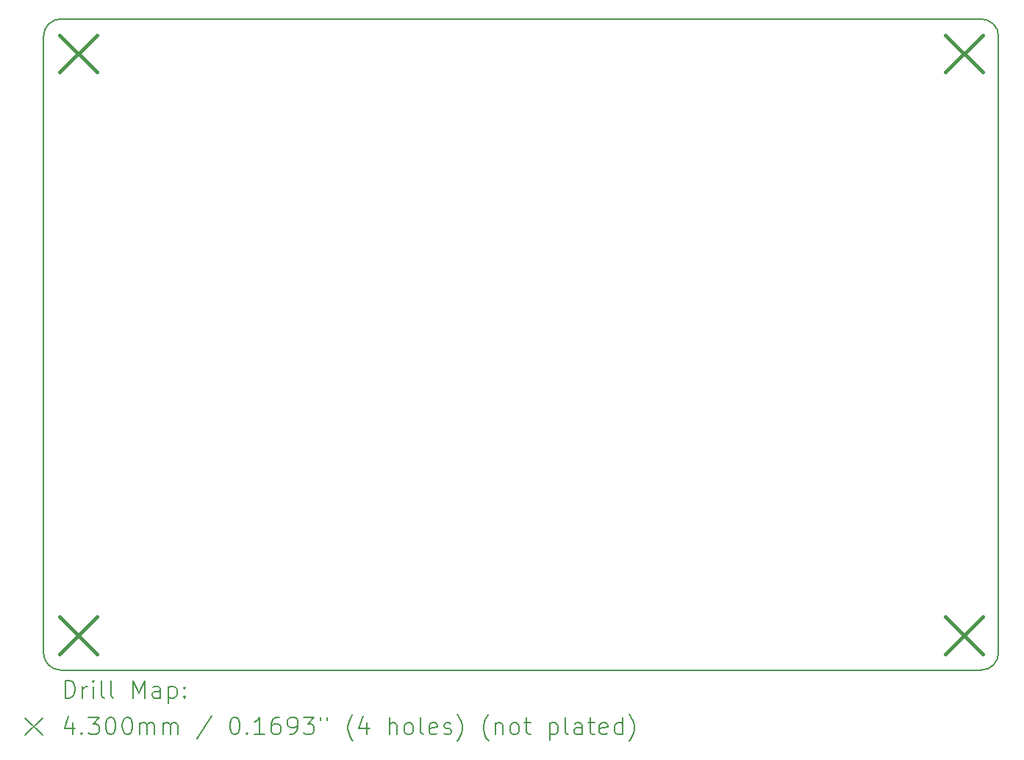
<source format=gbr>
%TF.GenerationSoftware,KiCad,Pcbnew,8.0.5+1*%
%TF.CreationDate,2024-10-17T10:57:35-04:00*%
%TF.ProjectId,mainBoard,6d61696e-426f-4617-9264-2e6b69636164,rev?*%
%TF.SameCoordinates,Original*%
%TF.FileFunction,Drillmap*%
%TF.FilePolarity,Positive*%
%FSLAX45Y45*%
G04 Gerber Fmt 4.5, Leading zero omitted, Abs format (unit mm)*
G04 Created by KiCad (PCBNEW 8.0.5+1) date 2024-10-17 10:57:35*
%MOMM*%
%LPD*%
G01*
G04 APERTURE LIST*
%ADD10C,0.200000*%
%ADD11C,0.430000*%
G04 APERTURE END LIST*
D10*
X12550000Y-2180000D02*
X12550000Y-9280000D01*
X1550000Y-2180000D02*
X1550000Y-9280000D01*
X1750000Y-9480000D02*
G75*
G02*
X1550000Y-9280000I0J200000D01*
G01*
X1750000Y-9480000D02*
X12350000Y-9480000D01*
X12550000Y-9280000D02*
G75*
G02*
X12350000Y-9480000I-200000J0D01*
G01*
X12350000Y-1980000D02*
G75*
G02*
X12550000Y-2180000I0J-200000D01*
G01*
X1750000Y-1980000D02*
X12350000Y-1980000D01*
X1550000Y-2180000D02*
G75*
G02*
X1750000Y-1980000I200000J0D01*
G01*
D11*
X1735000Y-2165000D02*
X2165000Y-2595000D01*
X2165000Y-2165000D02*
X1735000Y-2595000D01*
X1735000Y-8865000D02*
X2165000Y-9295000D01*
X2165000Y-8865000D02*
X1735000Y-9295000D01*
X11935000Y-2165000D02*
X12365000Y-2595000D01*
X12365000Y-2165000D02*
X11935000Y-2595000D01*
X11935000Y-8865000D02*
X12365000Y-9295000D01*
X12365000Y-8865000D02*
X11935000Y-9295000D01*
D10*
X1800777Y-9801484D02*
X1800777Y-9601484D01*
X1800777Y-9601484D02*
X1848396Y-9601484D01*
X1848396Y-9601484D02*
X1876967Y-9611008D01*
X1876967Y-9611008D02*
X1896015Y-9630055D01*
X1896015Y-9630055D02*
X1905539Y-9649103D01*
X1905539Y-9649103D02*
X1915062Y-9687198D01*
X1915062Y-9687198D02*
X1915062Y-9715770D01*
X1915062Y-9715770D02*
X1905539Y-9753865D01*
X1905539Y-9753865D02*
X1896015Y-9772912D01*
X1896015Y-9772912D02*
X1876967Y-9791960D01*
X1876967Y-9791960D02*
X1848396Y-9801484D01*
X1848396Y-9801484D02*
X1800777Y-9801484D01*
X2000777Y-9801484D02*
X2000777Y-9668151D01*
X2000777Y-9706246D02*
X2010301Y-9687198D01*
X2010301Y-9687198D02*
X2019824Y-9677674D01*
X2019824Y-9677674D02*
X2038872Y-9668151D01*
X2038872Y-9668151D02*
X2057920Y-9668151D01*
X2124586Y-9801484D02*
X2124586Y-9668151D01*
X2124586Y-9601484D02*
X2115063Y-9611008D01*
X2115063Y-9611008D02*
X2124586Y-9620532D01*
X2124586Y-9620532D02*
X2134110Y-9611008D01*
X2134110Y-9611008D02*
X2124586Y-9601484D01*
X2124586Y-9601484D02*
X2124586Y-9620532D01*
X2248396Y-9801484D02*
X2229348Y-9791960D01*
X2229348Y-9791960D02*
X2219824Y-9772912D01*
X2219824Y-9772912D02*
X2219824Y-9601484D01*
X2353158Y-9801484D02*
X2334110Y-9791960D01*
X2334110Y-9791960D02*
X2324586Y-9772912D01*
X2324586Y-9772912D02*
X2324586Y-9601484D01*
X2581729Y-9801484D02*
X2581729Y-9601484D01*
X2581729Y-9601484D02*
X2648396Y-9744341D01*
X2648396Y-9744341D02*
X2715063Y-9601484D01*
X2715063Y-9601484D02*
X2715063Y-9801484D01*
X2896015Y-9801484D02*
X2896015Y-9696722D01*
X2896015Y-9696722D02*
X2886491Y-9677674D01*
X2886491Y-9677674D02*
X2867443Y-9668151D01*
X2867443Y-9668151D02*
X2829348Y-9668151D01*
X2829348Y-9668151D02*
X2810301Y-9677674D01*
X2896015Y-9791960D02*
X2876967Y-9801484D01*
X2876967Y-9801484D02*
X2829348Y-9801484D01*
X2829348Y-9801484D02*
X2810301Y-9791960D01*
X2810301Y-9791960D02*
X2800777Y-9772912D01*
X2800777Y-9772912D02*
X2800777Y-9753865D01*
X2800777Y-9753865D02*
X2810301Y-9734817D01*
X2810301Y-9734817D02*
X2829348Y-9725293D01*
X2829348Y-9725293D02*
X2876967Y-9725293D01*
X2876967Y-9725293D02*
X2896015Y-9715770D01*
X2991253Y-9668151D02*
X2991253Y-9868151D01*
X2991253Y-9677674D02*
X3010301Y-9668151D01*
X3010301Y-9668151D02*
X3048396Y-9668151D01*
X3048396Y-9668151D02*
X3067443Y-9677674D01*
X3067443Y-9677674D02*
X3076967Y-9687198D01*
X3076967Y-9687198D02*
X3086491Y-9706246D01*
X3086491Y-9706246D02*
X3086491Y-9763389D01*
X3086491Y-9763389D02*
X3076967Y-9782436D01*
X3076967Y-9782436D02*
X3067443Y-9791960D01*
X3067443Y-9791960D02*
X3048396Y-9801484D01*
X3048396Y-9801484D02*
X3010301Y-9801484D01*
X3010301Y-9801484D02*
X2991253Y-9791960D01*
X3172205Y-9782436D02*
X3181729Y-9791960D01*
X3181729Y-9791960D02*
X3172205Y-9801484D01*
X3172205Y-9801484D02*
X3162682Y-9791960D01*
X3162682Y-9791960D02*
X3172205Y-9782436D01*
X3172205Y-9782436D02*
X3172205Y-9801484D01*
X3172205Y-9677674D02*
X3181729Y-9687198D01*
X3181729Y-9687198D02*
X3172205Y-9696722D01*
X3172205Y-9696722D02*
X3162682Y-9687198D01*
X3162682Y-9687198D02*
X3172205Y-9677674D01*
X3172205Y-9677674D02*
X3172205Y-9696722D01*
X1340000Y-10030000D02*
X1540000Y-10230000D01*
X1540000Y-10030000D02*
X1340000Y-10230000D01*
X1886491Y-10088151D02*
X1886491Y-10221484D01*
X1838872Y-10011960D02*
X1791253Y-10154817D01*
X1791253Y-10154817D02*
X1915062Y-10154817D01*
X1991253Y-10202436D02*
X2000777Y-10211960D01*
X2000777Y-10211960D02*
X1991253Y-10221484D01*
X1991253Y-10221484D02*
X1981729Y-10211960D01*
X1981729Y-10211960D02*
X1991253Y-10202436D01*
X1991253Y-10202436D02*
X1991253Y-10221484D01*
X2067443Y-10021484D02*
X2191253Y-10021484D01*
X2191253Y-10021484D02*
X2124586Y-10097674D01*
X2124586Y-10097674D02*
X2153158Y-10097674D01*
X2153158Y-10097674D02*
X2172205Y-10107198D01*
X2172205Y-10107198D02*
X2181729Y-10116722D01*
X2181729Y-10116722D02*
X2191253Y-10135770D01*
X2191253Y-10135770D02*
X2191253Y-10183389D01*
X2191253Y-10183389D02*
X2181729Y-10202436D01*
X2181729Y-10202436D02*
X2172205Y-10211960D01*
X2172205Y-10211960D02*
X2153158Y-10221484D01*
X2153158Y-10221484D02*
X2096015Y-10221484D01*
X2096015Y-10221484D02*
X2076967Y-10211960D01*
X2076967Y-10211960D02*
X2067443Y-10202436D01*
X2315063Y-10021484D02*
X2334110Y-10021484D01*
X2334110Y-10021484D02*
X2353158Y-10031008D01*
X2353158Y-10031008D02*
X2362682Y-10040532D01*
X2362682Y-10040532D02*
X2372205Y-10059579D01*
X2372205Y-10059579D02*
X2381729Y-10097674D01*
X2381729Y-10097674D02*
X2381729Y-10145293D01*
X2381729Y-10145293D02*
X2372205Y-10183389D01*
X2372205Y-10183389D02*
X2362682Y-10202436D01*
X2362682Y-10202436D02*
X2353158Y-10211960D01*
X2353158Y-10211960D02*
X2334110Y-10221484D01*
X2334110Y-10221484D02*
X2315063Y-10221484D01*
X2315063Y-10221484D02*
X2296015Y-10211960D01*
X2296015Y-10211960D02*
X2286491Y-10202436D01*
X2286491Y-10202436D02*
X2276967Y-10183389D01*
X2276967Y-10183389D02*
X2267444Y-10145293D01*
X2267444Y-10145293D02*
X2267444Y-10097674D01*
X2267444Y-10097674D02*
X2276967Y-10059579D01*
X2276967Y-10059579D02*
X2286491Y-10040532D01*
X2286491Y-10040532D02*
X2296015Y-10031008D01*
X2296015Y-10031008D02*
X2315063Y-10021484D01*
X2505539Y-10021484D02*
X2524586Y-10021484D01*
X2524586Y-10021484D02*
X2543634Y-10031008D01*
X2543634Y-10031008D02*
X2553158Y-10040532D01*
X2553158Y-10040532D02*
X2562682Y-10059579D01*
X2562682Y-10059579D02*
X2572205Y-10097674D01*
X2572205Y-10097674D02*
X2572205Y-10145293D01*
X2572205Y-10145293D02*
X2562682Y-10183389D01*
X2562682Y-10183389D02*
X2553158Y-10202436D01*
X2553158Y-10202436D02*
X2543634Y-10211960D01*
X2543634Y-10211960D02*
X2524586Y-10221484D01*
X2524586Y-10221484D02*
X2505539Y-10221484D01*
X2505539Y-10221484D02*
X2486491Y-10211960D01*
X2486491Y-10211960D02*
X2476967Y-10202436D01*
X2476967Y-10202436D02*
X2467444Y-10183389D01*
X2467444Y-10183389D02*
X2457920Y-10145293D01*
X2457920Y-10145293D02*
X2457920Y-10097674D01*
X2457920Y-10097674D02*
X2467444Y-10059579D01*
X2467444Y-10059579D02*
X2476967Y-10040532D01*
X2476967Y-10040532D02*
X2486491Y-10031008D01*
X2486491Y-10031008D02*
X2505539Y-10021484D01*
X2657920Y-10221484D02*
X2657920Y-10088151D01*
X2657920Y-10107198D02*
X2667444Y-10097674D01*
X2667444Y-10097674D02*
X2686491Y-10088151D01*
X2686491Y-10088151D02*
X2715063Y-10088151D01*
X2715063Y-10088151D02*
X2734110Y-10097674D01*
X2734110Y-10097674D02*
X2743634Y-10116722D01*
X2743634Y-10116722D02*
X2743634Y-10221484D01*
X2743634Y-10116722D02*
X2753158Y-10097674D01*
X2753158Y-10097674D02*
X2772205Y-10088151D01*
X2772205Y-10088151D02*
X2800777Y-10088151D01*
X2800777Y-10088151D02*
X2819824Y-10097674D01*
X2819824Y-10097674D02*
X2829348Y-10116722D01*
X2829348Y-10116722D02*
X2829348Y-10221484D01*
X2924586Y-10221484D02*
X2924586Y-10088151D01*
X2924586Y-10107198D02*
X2934110Y-10097674D01*
X2934110Y-10097674D02*
X2953158Y-10088151D01*
X2953158Y-10088151D02*
X2981729Y-10088151D01*
X2981729Y-10088151D02*
X3000777Y-10097674D01*
X3000777Y-10097674D02*
X3010301Y-10116722D01*
X3010301Y-10116722D02*
X3010301Y-10221484D01*
X3010301Y-10116722D02*
X3019824Y-10097674D01*
X3019824Y-10097674D02*
X3038872Y-10088151D01*
X3038872Y-10088151D02*
X3067443Y-10088151D01*
X3067443Y-10088151D02*
X3086491Y-10097674D01*
X3086491Y-10097674D02*
X3096015Y-10116722D01*
X3096015Y-10116722D02*
X3096015Y-10221484D01*
X3486491Y-10011960D02*
X3315063Y-10269103D01*
X3743634Y-10021484D02*
X3762682Y-10021484D01*
X3762682Y-10021484D02*
X3781729Y-10031008D01*
X3781729Y-10031008D02*
X3791253Y-10040532D01*
X3791253Y-10040532D02*
X3800777Y-10059579D01*
X3800777Y-10059579D02*
X3810301Y-10097674D01*
X3810301Y-10097674D02*
X3810301Y-10145293D01*
X3810301Y-10145293D02*
X3800777Y-10183389D01*
X3800777Y-10183389D02*
X3791253Y-10202436D01*
X3791253Y-10202436D02*
X3781729Y-10211960D01*
X3781729Y-10211960D02*
X3762682Y-10221484D01*
X3762682Y-10221484D02*
X3743634Y-10221484D01*
X3743634Y-10221484D02*
X3724586Y-10211960D01*
X3724586Y-10211960D02*
X3715063Y-10202436D01*
X3715063Y-10202436D02*
X3705539Y-10183389D01*
X3705539Y-10183389D02*
X3696015Y-10145293D01*
X3696015Y-10145293D02*
X3696015Y-10097674D01*
X3696015Y-10097674D02*
X3705539Y-10059579D01*
X3705539Y-10059579D02*
X3715063Y-10040532D01*
X3715063Y-10040532D02*
X3724586Y-10031008D01*
X3724586Y-10031008D02*
X3743634Y-10021484D01*
X3896015Y-10202436D02*
X3905539Y-10211960D01*
X3905539Y-10211960D02*
X3896015Y-10221484D01*
X3896015Y-10221484D02*
X3886491Y-10211960D01*
X3886491Y-10211960D02*
X3896015Y-10202436D01*
X3896015Y-10202436D02*
X3896015Y-10221484D01*
X4096015Y-10221484D02*
X3981729Y-10221484D01*
X4038872Y-10221484D02*
X4038872Y-10021484D01*
X4038872Y-10021484D02*
X4019825Y-10050055D01*
X4019825Y-10050055D02*
X4000777Y-10069103D01*
X4000777Y-10069103D02*
X3981729Y-10078627D01*
X4267444Y-10021484D02*
X4229348Y-10021484D01*
X4229348Y-10021484D02*
X4210301Y-10031008D01*
X4210301Y-10031008D02*
X4200777Y-10040532D01*
X4200777Y-10040532D02*
X4181729Y-10069103D01*
X4181729Y-10069103D02*
X4172206Y-10107198D01*
X4172206Y-10107198D02*
X4172206Y-10183389D01*
X4172206Y-10183389D02*
X4181729Y-10202436D01*
X4181729Y-10202436D02*
X4191253Y-10211960D01*
X4191253Y-10211960D02*
X4210301Y-10221484D01*
X4210301Y-10221484D02*
X4248396Y-10221484D01*
X4248396Y-10221484D02*
X4267444Y-10211960D01*
X4267444Y-10211960D02*
X4276968Y-10202436D01*
X4276968Y-10202436D02*
X4286491Y-10183389D01*
X4286491Y-10183389D02*
X4286491Y-10135770D01*
X4286491Y-10135770D02*
X4276968Y-10116722D01*
X4276968Y-10116722D02*
X4267444Y-10107198D01*
X4267444Y-10107198D02*
X4248396Y-10097674D01*
X4248396Y-10097674D02*
X4210301Y-10097674D01*
X4210301Y-10097674D02*
X4191253Y-10107198D01*
X4191253Y-10107198D02*
X4181729Y-10116722D01*
X4181729Y-10116722D02*
X4172206Y-10135770D01*
X4381729Y-10221484D02*
X4419825Y-10221484D01*
X4419825Y-10221484D02*
X4438872Y-10211960D01*
X4438872Y-10211960D02*
X4448396Y-10202436D01*
X4448396Y-10202436D02*
X4467444Y-10173865D01*
X4467444Y-10173865D02*
X4476968Y-10135770D01*
X4476968Y-10135770D02*
X4476968Y-10059579D01*
X4476968Y-10059579D02*
X4467444Y-10040532D01*
X4467444Y-10040532D02*
X4457920Y-10031008D01*
X4457920Y-10031008D02*
X4438872Y-10021484D01*
X4438872Y-10021484D02*
X4400777Y-10021484D01*
X4400777Y-10021484D02*
X4381729Y-10031008D01*
X4381729Y-10031008D02*
X4372206Y-10040532D01*
X4372206Y-10040532D02*
X4362682Y-10059579D01*
X4362682Y-10059579D02*
X4362682Y-10107198D01*
X4362682Y-10107198D02*
X4372206Y-10126246D01*
X4372206Y-10126246D02*
X4381729Y-10135770D01*
X4381729Y-10135770D02*
X4400777Y-10145293D01*
X4400777Y-10145293D02*
X4438872Y-10145293D01*
X4438872Y-10145293D02*
X4457920Y-10135770D01*
X4457920Y-10135770D02*
X4467444Y-10126246D01*
X4467444Y-10126246D02*
X4476968Y-10107198D01*
X4543634Y-10021484D02*
X4667444Y-10021484D01*
X4667444Y-10021484D02*
X4600777Y-10097674D01*
X4600777Y-10097674D02*
X4629349Y-10097674D01*
X4629349Y-10097674D02*
X4648396Y-10107198D01*
X4648396Y-10107198D02*
X4657920Y-10116722D01*
X4657920Y-10116722D02*
X4667444Y-10135770D01*
X4667444Y-10135770D02*
X4667444Y-10183389D01*
X4667444Y-10183389D02*
X4657920Y-10202436D01*
X4657920Y-10202436D02*
X4648396Y-10211960D01*
X4648396Y-10211960D02*
X4629349Y-10221484D01*
X4629349Y-10221484D02*
X4572206Y-10221484D01*
X4572206Y-10221484D02*
X4553158Y-10211960D01*
X4553158Y-10211960D02*
X4543634Y-10202436D01*
X4743634Y-10021484D02*
X4743634Y-10059579D01*
X4819825Y-10021484D02*
X4819825Y-10059579D01*
X5115063Y-10297674D02*
X5105539Y-10288151D01*
X5105539Y-10288151D02*
X5086491Y-10259579D01*
X5086491Y-10259579D02*
X5076968Y-10240532D01*
X5076968Y-10240532D02*
X5067444Y-10211960D01*
X5067444Y-10211960D02*
X5057920Y-10164341D01*
X5057920Y-10164341D02*
X5057920Y-10126246D01*
X5057920Y-10126246D02*
X5067444Y-10078627D01*
X5067444Y-10078627D02*
X5076968Y-10050055D01*
X5076968Y-10050055D02*
X5086491Y-10031008D01*
X5086491Y-10031008D02*
X5105539Y-10002436D01*
X5105539Y-10002436D02*
X5115063Y-9992912D01*
X5276968Y-10088151D02*
X5276968Y-10221484D01*
X5229349Y-10011960D02*
X5181730Y-10154817D01*
X5181730Y-10154817D02*
X5305539Y-10154817D01*
X5534111Y-10221484D02*
X5534111Y-10021484D01*
X5619825Y-10221484D02*
X5619825Y-10116722D01*
X5619825Y-10116722D02*
X5610301Y-10097674D01*
X5610301Y-10097674D02*
X5591253Y-10088151D01*
X5591253Y-10088151D02*
X5562682Y-10088151D01*
X5562682Y-10088151D02*
X5543634Y-10097674D01*
X5543634Y-10097674D02*
X5534111Y-10107198D01*
X5743634Y-10221484D02*
X5724587Y-10211960D01*
X5724587Y-10211960D02*
X5715063Y-10202436D01*
X5715063Y-10202436D02*
X5705539Y-10183389D01*
X5705539Y-10183389D02*
X5705539Y-10126246D01*
X5705539Y-10126246D02*
X5715063Y-10107198D01*
X5715063Y-10107198D02*
X5724587Y-10097674D01*
X5724587Y-10097674D02*
X5743634Y-10088151D01*
X5743634Y-10088151D02*
X5772206Y-10088151D01*
X5772206Y-10088151D02*
X5791253Y-10097674D01*
X5791253Y-10097674D02*
X5800777Y-10107198D01*
X5800777Y-10107198D02*
X5810301Y-10126246D01*
X5810301Y-10126246D02*
X5810301Y-10183389D01*
X5810301Y-10183389D02*
X5800777Y-10202436D01*
X5800777Y-10202436D02*
X5791253Y-10211960D01*
X5791253Y-10211960D02*
X5772206Y-10221484D01*
X5772206Y-10221484D02*
X5743634Y-10221484D01*
X5924587Y-10221484D02*
X5905539Y-10211960D01*
X5905539Y-10211960D02*
X5896015Y-10192912D01*
X5896015Y-10192912D02*
X5896015Y-10021484D01*
X6076968Y-10211960D02*
X6057920Y-10221484D01*
X6057920Y-10221484D02*
X6019825Y-10221484D01*
X6019825Y-10221484D02*
X6000777Y-10211960D01*
X6000777Y-10211960D02*
X5991253Y-10192912D01*
X5991253Y-10192912D02*
X5991253Y-10116722D01*
X5991253Y-10116722D02*
X6000777Y-10097674D01*
X6000777Y-10097674D02*
X6019825Y-10088151D01*
X6019825Y-10088151D02*
X6057920Y-10088151D01*
X6057920Y-10088151D02*
X6076968Y-10097674D01*
X6076968Y-10097674D02*
X6086491Y-10116722D01*
X6086491Y-10116722D02*
X6086491Y-10135770D01*
X6086491Y-10135770D02*
X5991253Y-10154817D01*
X6162682Y-10211960D02*
X6181730Y-10221484D01*
X6181730Y-10221484D02*
X6219825Y-10221484D01*
X6219825Y-10221484D02*
X6238872Y-10211960D01*
X6238872Y-10211960D02*
X6248396Y-10192912D01*
X6248396Y-10192912D02*
X6248396Y-10183389D01*
X6248396Y-10183389D02*
X6238872Y-10164341D01*
X6238872Y-10164341D02*
X6219825Y-10154817D01*
X6219825Y-10154817D02*
X6191253Y-10154817D01*
X6191253Y-10154817D02*
X6172206Y-10145293D01*
X6172206Y-10145293D02*
X6162682Y-10126246D01*
X6162682Y-10126246D02*
X6162682Y-10116722D01*
X6162682Y-10116722D02*
X6172206Y-10097674D01*
X6172206Y-10097674D02*
X6191253Y-10088151D01*
X6191253Y-10088151D02*
X6219825Y-10088151D01*
X6219825Y-10088151D02*
X6238872Y-10097674D01*
X6315063Y-10297674D02*
X6324587Y-10288151D01*
X6324587Y-10288151D02*
X6343634Y-10259579D01*
X6343634Y-10259579D02*
X6353158Y-10240532D01*
X6353158Y-10240532D02*
X6362682Y-10211960D01*
X6362682Y-10211960D02*
X6372206Y-10164341D01*
X6372206Y-10164341D02*
X6372206Y-10126246D01*
X6372206Y-10126246D02*
X6362682Y-10078627D01*
X6362682Y-10078627D02*
X6353158Y-10050055D01*
X6353158Y-10050055D02*
X6343634Y-10031008D01*
X6343634Y-10031008D02*
X6324587Y-10002436D01*
X6324587Y-10002436D02*
X6315063Y-9992912D01*
X6676968Y-10297674D02*
X6667444Y-10288151D01*
X6667444Y-10288151D02*
X6648396Y-10259579D01*
X6648396Y-10259579D02*
X6638872Y-10240532D01*
X6638872Y-10240532D02*
X6629349Y-10211960D01*
X6629349Y-10211960D02*
X6619825Y-10164341D01*
X6619825Y-10164341D02*
X6619825Y-10126246D01*
X6619825Y-10126246D02*
X6629349Y-10078627D01*
X6629349Y-10078627D02*
X6638872Y-10050055D01*
X6638872Y-10050055D02*
X6648396Y-10031008D01*
X6648396Y-10031008D02*
X6667444Y-10002436D01*
X6667444Y-10002436D02*
X6676968Y-9992912D01*
X6753158Y-10088151D02*
X6753158Y-10221484D01*
X6753158Y-10107198D02*
X6762682Y-10097674D01*
X6762682Y-10097674D02*
X6781730Y-10088151D01*
X6781730Y-10088151D02*
X6810301Y-10088151D01*
X6810301Y-10088151D02*
X6829349Y-10097674D01*
X6829349Y-10097674D02*
X6838872Y-10116722D01*
X6838872Y-10116722D02*
X6838872Y-10221484D01*
X6962682Y-10221484D02*
X6943634Y-10211960D01*
X6943634Y-10211960D02*
X6934111Y-10202436D01*
X6934111Y-10202436D02*
X6924587Y-10183389D01*
X6924587Y-10183389D02*
X6924587Y-10126246D01*
X6924587Y-10126246D02*
X6934111Y-10107198D01*
X6934111Y-10107198D02*
X6943634Y-10097674D01*
X6943634Y-10097674D02*
X6962682Y-10088151D01*
X6962682Y-10088151D02*
X6991253Y-10088151D01*
X6991253Y-10088151D02*
X7010301Y-10097674D01*
X7010301Y-10097674D02*
X7019825Y-10107198D01*
X7019825Y-10107198D02*
X7029349Y-10126246D01*
X7029349Y-10126246D02*
X7029349Y-10183389D01*
X7029349Y-10183389D02*
X7019825Y-10202436D01*
X7019825Y-10202436D02*
X7010301Y-10211960D01*
X7010301Y-10211960D02*
X6991253Y-10221484D01*
X6991253Y-10221484D02*
X6962682Y-10221484D01*
X7086492Y-10088151D02*
X7162682Y-10088151D01*
X7115063Y-10021484D02*
X7115063Y-10192912D01*
X7115063Y-10192912D02*
X7124587Y-10211960D01*
X7124587Y-10211960D02*
X7143634Y-10221484D01*
X7143634Y-10221484D02*
X7162682Y-10221484D01*
X7381730Y-10088151D02*
X7381730Y-10288151D01*
X7381730Y-10097674D02*
X7400777Y-10088151D01*
X7400777Y-10088151D02*
X7438873Y-10088151D01*
X7438873Y-10088151D02*
X7457920Y-10097674D01*
X7457920Y-10097674D02*
X7467444Y-10107198D01*
X7467444Y-10107198D02*
X7476968Y-10126246D01*
X7476968Y-10126246D02*
X7476968Y-10183389D01*
X7476968Y-10183389D02*
X7467444Y-10202436D01*
X7467444Y-10202436D02*
X7457920Y-10211960D01*
X7457920Y-10211960D02*
X7438873Y-10221484D01*
X7438873Y-10221484D02*
X7400777Y-10221484D01*
X7400777Y-10221484D02*
X7381730Y-10211960D01*
X7591253Y-10221484D02*
X7572206Y-10211960D01*
X7572206Y-10211960D02*
X7562682Y-10192912D01*
X7562682Y-10192912D02*
X7562682Y-10021484D01*
X7753158Y-10221484D02*
X7753158Y-10116722D01*
X7753158Y-10116722D02*
X7743634Y-10097674D01*
X7743634Y-10097674D02*
X7724587Y-10088151D01*
X7724587Y-10088151D02*
X7686492Y-10088151D01*
X7686492Y-10088151D02*
X7667444Y-10097674D01*
X7753158Y-10211960D02*
X7734111Y-10221484D01*
X7734111Y-10221484D02*
X7686492Y-10221484D01*
X7686492Y-10221484D02*
X7667444Y-10211960D01*
X7667444Y-10211960D02*
X7657920Y-10192912D01*
X7657920Y-10192912D02*
X7657920Y-10173865D01*
X7657920Y-10173865D02*
X7667444Y-10154817D01*
X7667444Y-10154817D02*
X7686492Y-10145293D01*
X7686492Y-10145293D02*
X7734111Y-10145293D01*
X7734111Y-10145293D02*
X7753158Y-10135770D01*
X7819825Y-10088151D02*
X7896015Y-10088151D01*
X7848396Y-10021484D02*
X7848396Y-10192912D01*
X7848396Y-10192912D02*
X7857920Y-10211960D01*
X7857920Y-10211960D02*
X7876968Y-10221484D01*
X7876968Y-10221484D02*
X7896015Y-10221484D01*
X8038873Y-10211960D02*
X8019825Y-10221484D01*
X8019825Y-10221484D02*
X7981730Y-10221484D01*
X7981730Y-10221484D02*
X7962682Y-10211960D01*
X7962682Y-10211960D02*
X7953158Y-10192912D01*
X7953158Y-10192912D02*
X7953158Y-10116722D01*
X7953158Y-10116722D02*
X7962682Y-10097674D01*
X7962682Y-10097674D02*
X7981730Y-10088151D01*
X7981730Y-10088151D02*
X8019825Y-10088151D01*
X8019825Y-10088151D02*
X8038873Y-10097674D01*
X8038873Y-10097674D02*
X8048396Y-10116722D01*
X8048396Y-10116722D02*
X8048396Y-10135770D01*
X8048396Y-10135770D02*
X7953158Y-10154817D01*
X8219825Y-10221484D02*
X8219825Y-10021484D01*
X8219825Y-10211960D02*
X8200777Y-10221484D01*
X8200777Y-10221484D02*
X8162682Y-10221484D01*
X8162682Y-10221484D02*
X8143634Y-10211960D01*
X8143634Y-10211960D02*
X8134111Y-10202436D01*
X8134111Y-10202436D02*
X8124587Y-10183389D01*
X8124587Y-10183389D02*
X8124587Y-10126246D01*
X8124587Y-10126246D02*
X8134111Y-10107198D01*
X8134111Y-10107198D02*
X8143634Y-10097674D01*
X8143634Y-10097674D02*
X8162682Y-10088151D01*
X8162682Y-10088151D02*
X8200777Y-10088151D01*
X8200777Y-10088151D02*
X8219825Y-10097674D01*
X8296015Y-10297674D02*
X8305539Y-10288151D01*
X8305539Y-10288151D02*
X8324587Y-10259579D01*
X8324587Y-10259579D02*
X8334111Y-10240532D01*
X8334111Y-10240532D02*
X8343634Y-10211960D01*
X8343634Y-10211960D02*
X8353158Y-10164341D01*
X8353158Y-10164341D02*
X8353158Y-10126246D01*
X8353158Y-10126246D02*
X8343634Y-10078627D01*
X8343634Y-10078627D02*
X8334111Y-10050055D01*
X8334111Y-10050055D02*
X8324587Y-10031008D01*
X8324587Y-10031008D02*
X8305539Y-10002436D01*
X8305539Y-10002436D02*
X8296015Y-9992912D01*
M02*

</source>
